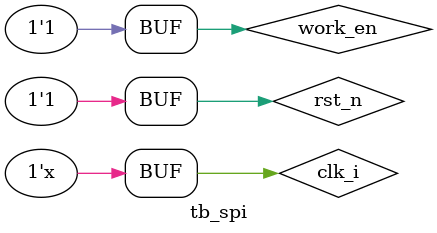
<source format=v>
`timescale 1ns / 1ps


module tb_spi#(
	parameter                     SPI_FRE = 10,
	parameter                     CLK_FRE = 100
)(
);
	reg                         clk_i;
	reg                         rst_n;
	reg                         work_en;
	wire 						spi_cs;
	wire 						spi_sck;
	wire 						spi_sdo;
//instance 
 spi_v1#(
	.SPI_FRE (SPI_FRE),
	.CLK_FRE (CLK_FRE)
)spi_v1_inst(
	.clk_i    (clk_i  ),
	.rst_n    (rst_n  ),

	.work_en  (work_en),
	.spi_cs   (spi_cs ),
	.spi_sck  (spi_sck),
	.spi_sdo  (spi_sdo)
    );
 //clk_i
	always #1 clk_i = ~clk_i;
	
	initial begin
		clk_i = 0;
		rst_n = 0;
		#50
		rst_n = 1;
		#100
		work_en = 1;
	end


endmodule

</source>
